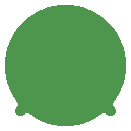
<source format=gbr>
G04 #@! TF.GenerationSoftware,KiCad,Pcbnew,(5.1.2)-1*
G04 #@! TF.CreationDate,2019-06-20T00:50:11-07:00*
G04 #@! TF.ProjectId,SMOL,534d4f4c-2e6b-4696-9361-645f70636258,rev?*
G04 #@! TF.SameCoordinates,Original*
G04 #@! TF.FileFunction,Soldermask,Bot*
G04 #@! TF.FilePolarity,Negative*
%FSLAX46Y46*%
G04 Gerber Fmt 4.6, Leading zero omitted, Abs format (unit mm)*
G04 Created by KiCad (PCBNEW (5.1.2)-1) date 2019-06-20 00:50:11*
%MOMM*%
%LPD*%
G04 APERTURE LIST*
%ADD10C,0.304800*%
G04 APERTURE END LIST*
D10*
G36*
X103096598Y-96666373D02*
G01*
X104030344Y-97053143D01*
X104030345Y-97053144D01*
X104870695Y-97614647D01*
X105585353Y-98329305D01*
X105960537Y-98890809D01*
X106146857Y-99169656D01*
X106533627Y-100103402D01*
X106730800Y-101094659D01*
X106730800Y-102105341D01*
X106533627Y-103096598D01*
X106146857Y-104030344D01*
X105601999Y-104845782D01*
X105590448Y-104867393D01*
X105583335Y-104890842D01*
X105580933Y-104915228D01*
X105583335Y-104939614D01*
X105590448Y-104963063D01*
X105601999Y-104984674D01*
X105617544Y-105003616D01*
X105636482Y-105019158D01*
X105697368Y-105059841D01*
X105760159Y-105122632D01*
X105809494Y-105196466D01*
X105843476Y-105278507D01*
X105860800Y-105365600D01*
X105860800Y-105454400D01*
X105843476Y-105541493D01*
X105809494Y-105623534D01*
X105760159Y-105697368D01*
X105697368Y-105760159D01*
X105623534Y-105809494D01*
X105541493Y-105843476D01*
X105454400Y-105860800D01*
X105365600Y-105860800D01*
X105278507Y-105843476D01*
X105196466Y-105809494D01*
X105122632Y-105760159D01*
X105059841Y-105697368D01*
X105019158Y-105636482D01*
X105003615Y-105617544D01*
X104984673Y-105601999D01*
X104963063Y-105590448D01*
X104939614Y-105583335D01*
X104915227Y-105580933D01*
X104890841Y-105583335D01*
X104867392Y-105590448D01*
X104845784Y-105601998D01*
X104813556Y-105623532D01*
X104030344Y-106146857D01*
X103096598Y-106533627D01*
X102105341Y-106730800D01*
X101094659Y-106730800D01*
X100103402Y-106533627D01*
X99169656Y-106146857D01*
X98386444Y-105623532D01*
X98354216Y-105601998D01*
X98332607Y-105590448D01*
X98309158Y-105583335D01*
X98284772Y-105580933D01*
X98260386Y-105583335D01*
X98236937Y-105590448D01*
X98215326Y-105601999D01*
X98196384Y-105617544D01*
X98180842Y-105636482D01*
X98140159Y-105697368D01*
X98077368Y-105760159D01*
X98003534Y-105809494D01*
X97921493Y-105843476D01*
X97834400Y-105860800D01*
X97745600Y-105860800D01*
X97658507Y-105843476D01*
X97576466Y-105809494D01*
X97502632Y-105760159D01*
X97439841Y-105697368D01*
X97390506Y-105623534D01*
X97356524Y-105541493D01*
X97339200Y-105454400D01*
X97339200Y-105365600D01*
X97356524Y-105278507D01*
X97390506Y-105196466D01*
X97439841Y-105122632D01*
X97502632Y-105059841D01*
X97563518Y-105019158D01*
X97582456Y-105003615D01*
X97598001Y-104984673D01*
X97609552Y-104963063D01*
X97616665Y-104939614D01*
X97619067Y-104915227D01*
X97616665Y-104890841D01*
X97609552Y-104867392D01*
X97598001Y-104845782D01*
X97053143Y-104030344D01*
X96666373Y-103096598D01*
X96469200Y-102105341D01*
X96469200Y-101094659D01*
X96666373Y-100103402D01*
X97053143Y-99169656D01*
X97239463Y-98890809D01*
X97614647Y-98329305D01*
X98329305Y-97614647D01*
X99169655Y-97053144D01*
X99169656Y-97053143D01*
X100103402Y-96666373D01*
X101094659Y-96469200D01*
X102105341Y-96469200D01*
X103096598Y-96666373D01*
X103096598Y-96666373D01*
G37*
M02*

</source>
